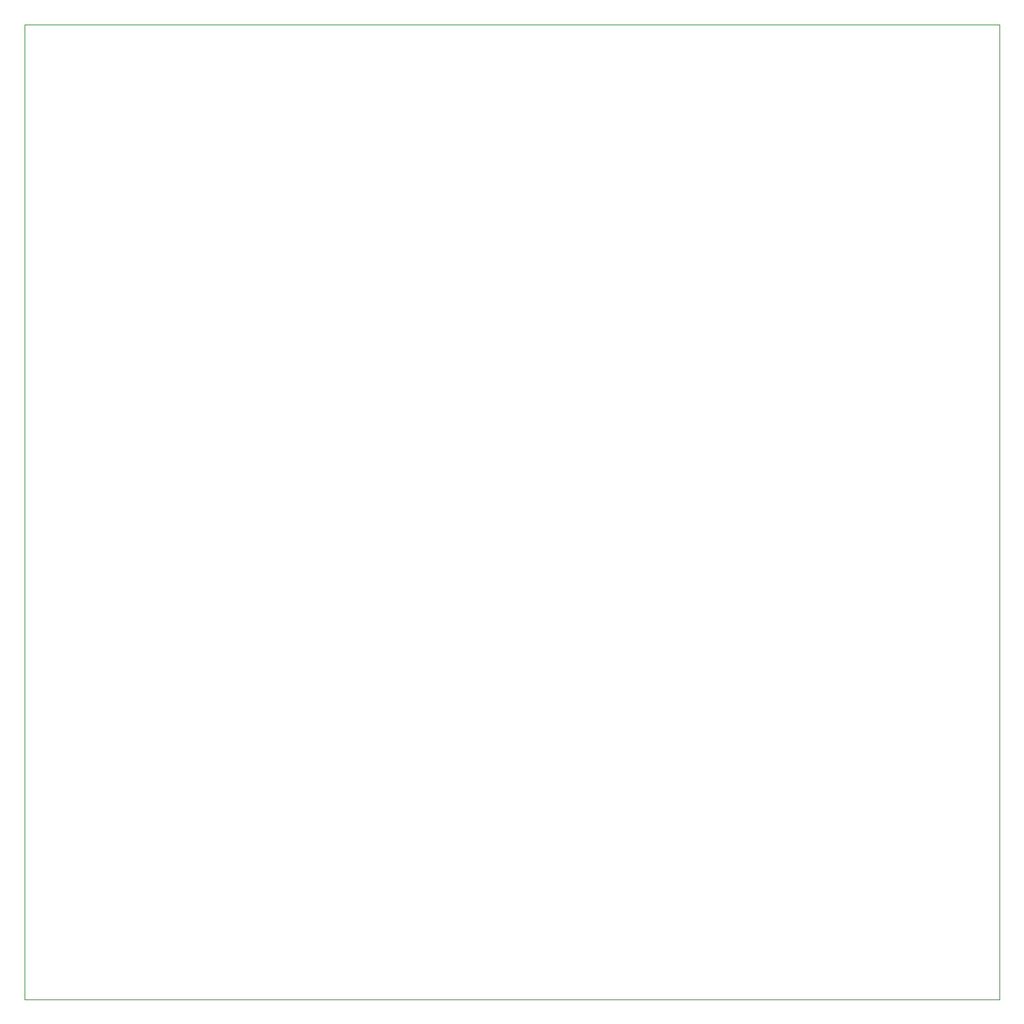
<source format=gm1>
G04 #@! TF.GenerationSoftware,KiCad,Pcbnew,(5.1.9)-1*
G04 #@! TF.CreationDate,2022-03-02T13:11:58-06:00*
G04 #@! TF.ProjectId,V2_load_cell,56325f6c-6f61-4645-9f63-656c6c2e6b69,rev?*
G04 #@! TF.SameCoordinates,Original*
G04 #@! TF.FileFunction,Profile,NP*
%FSLAX46Y46*%
G04 Gerber Fmt 4.6, Leading zero omitted, Abs format (unit mm)*
G04 Created by KiCad (PCBNEW (5.1.9)-1) date 2022-03-02 13:11:58*
%MOMM*%
%LPD*%
G01*
G04 APERTURE LIST*
G04 #@! TA.AperFunction,Profile*
%ADD10C,0.050000*%
G04 #@! TD*
G04 APERTURE END LIST*
D10*
X126365000Y-12065000D02*
X12065000Y-12065000D01*
X126365000Y-126365000D02*
X126365000Y-12065000D01*
X12065000Y-12065000D02*
X12065000Y-126365000D01*
X126365000Y-126365000D02*
X12065000Y-126365000D01*
M02*

</source>
